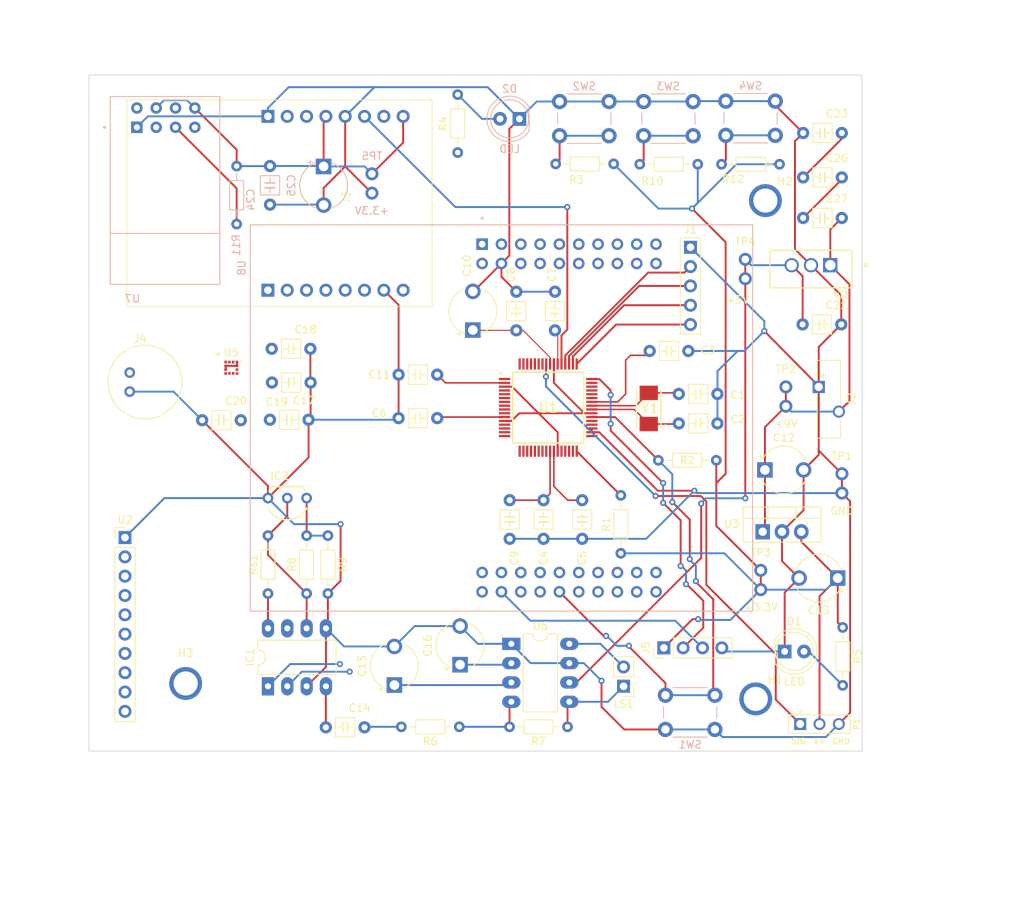
<source format=kicad_pcb>
(kicad_pcb (version 20221018) (generator pcbnew)
  (title_block (title "ECE 445L Lab 6") (date "2024-02-20") (rev "v1.0.0") (company "The University of Texas at Austin"))
  (layers (0 "F.Cu" signal) (31 "B.Cu" signal) (34 "B.Paste" user) (35 "F.Paste" user) (36 "B.SilkS" user "B.Silkscreen") (37 "F.SilkS" user "F.Silkscreen") (38 "B.Mask" user) (39 "F.Mask" user) (44 "Edge.Cuts" user))
  (net 0 "")
  (net 1 "/OSC1")
  (net 2 "/OSC2")
  (net 3 "VBUS")
  (net 4 "/LDO")
  (net 5 "Net-(U1-~{WAKE})")
  (net 6 "/Reset")
  (net 9 "PD6")
  (net 10 "/TCK")
  (net 11 "/TMS")
  (net 12 "/TDI")
  (net 13 "/TDO")
  (net 14 "PB7")
  (net 15 "PF4")
  (net 16 "PE3")
  (net 17 "PE2")
  (net 18 "PE1")
  (net 19 "PE0")
  (net 20 "PD7")
  (net 21 "PC7")
  (net 22 "PC6")
  (net 23 "PC5")
  (net 24 "PC4")
  (net 25 "PA0")
  (net 26 "PA1")
  (net 27 "PA2")
  (net 28 "PA3")
  (net 29 "PA4")
  (net 30 "PA5")
  (net 31 "PA6")
  (net 32 "PA7")
  (net 33 "PF0")
  (net 34 "PF1")
  (net 35 "PF2")
  (net 36 "PF3")
  (net 37 "PD4")
  (net 38 "PD5")
  (net 39 "PB0")
  (net 40 "PB1")
  (net 41 "PB2")
  (net 42 "PB3")
  (net 43 "PB5")
  (net 44 "PB4")
  (net 45 "PE4")
  (net 46 "PE5")
  (net 47 "PD0")
  (net 48 "PD1")
  (net 49 "PD2")
  (net 50 "PD3")
  (net 54 "Net-(D1-A)")
  (net 55 "Net-(D2-A)")
  (net 56 "GPIO4")
  (net 57 "GPIO2")
  (net 58 "+9V")
  (net 59 "+3.3V")
  (net 60 "GPIO16")
  (net 61 "Net-(IC1-OUTA)")
  (net 62 "Vz")
  (net 64 "Net-(IC2-Pad1)")
  (net 65 "Net-(U6-VO1)")
  (net 66 "Net-(U6-VO2)")
  (net 67 "Net-(U7-IO0)")
  (net 68 "Net-(U6-FC2)")
  (net 69 "Net-(U6-FC1)")
  (net 70 "Net-(U6-VIN)")
  (net 71 "Net-(C23-Pad2)")
  (net 72 "Net-(C26-Pad2)")
  (net 73 "Net-(C14-Pad2)")
  (net 74 "Net-(U5-C1)")
  (net 75 "PB6")
  (net 76 "GND")
  (footprint "ECE445L:C_Axial_200mil" (layer "F.Cu") (at 111.806 85.754 180)
    (fp_text reference "C6")
    (fp_text value "0.1uF")
  )
  (footprint "ECE445L:ti_LM4041CILPR" (layer "F.Cu") (at 92.098 96.273098 180)
    (fp_text reference "IC2")
    (fp_text value "LM4041CILPR")
  )
  (footprint "ECE445L:R_Axial_DIN0204_L3.6mm_D1.6mm_P7.62mm_Horizontal" (layer "F.Cu") (at 94.638 108.827 90)
    (fp_text reference "R8")
    (fp_text value "47k")
  )
  (footprint "ECE445L:R_Axial_DIN0204_L3.6mm_D1.6mm_P7.62mm_Horizontal" (layer "F.Cu") (at 114.496 50.829 90)
    (fp_text reference "R4")
    (fp_text value "470")
  )
  (footprint "ECE445L:C_Axial_200mil" (layer "F.Cu") (at 159.89975 48.258)
    (fp_text reference "C23")
    (fp_text value "0.1uF")
  )
  (footprint "ECE445L:C_Axial_200mil" (layer "F.Cu") (at 143.556 82.579)
    (fp_text reference "C1")
    (fp_text value "10pF C0G")
  )
  (footprint "ECE445L:C_Axial_200mil" (layer "F.Cu") (at 130.856 96.549 -90)
    (fp_text reference "C5")
    (fp_text value "0.01uF")
  )
  (footprint "ECE445L:Testpoint_1x02_P2.54mm" (layer "F.Cu") (at 154.328 105.774)
    (fp_text reference "TP3")
    (fp_text value "+3.3V")
  )
  (footprint "our_symbols:CUI_CMA-6542PF" (layer "F.Cu") (at 73.388 81.019)
    (fp_text reference "J4")
    (fp_text value "Microphone")
  )
  (footprint "Battery:Battery_Panasonic_CR1025-VSK_Vertical_CircularHoles" (layer "F.Cu") (at 161.948 81.649 -90)
    (fp_text reference "J2")
    (fp_text value "Battery")
  )
  (footprint "ECE445L:C_Axial_200mil" (layer "F.Cu") (at 121.331 96.549 -90)
    (fp_text reference "C9")
    (fp_text value "1uF")
  )
  (footprint "ECE445L:C_Axial_200mil" (layer "F.Cu") (at 127.283 74.209 90)
    (fp_text reference "C7")
    (fp_text value "0.1uF")
  )
  (footprint "our_symbols:XDCR_SEN-11574" (layer "F.Cu") (at 162.052 125.984 -90)
    (fp_text reference "P1")
    (fp_text value "SEN-11574")
  )
  (footprint "ECE445L:R_Axial_DIN0204_L3.6mm_D1.6mm_P7.62mm_Horizontal" (layer "F.Cu") (at 127.378 52.319)
    (fp_text reference "R3")
    (fp_text value "10k")
  )
  (footprint "ECE445L:R_Axial_DIN0204_L3.6mm_D1.6mm_P7.62mm_Horizontal" (layer "F.Cu") (at 149.178 52.369)
    (fp_text reference "R12")
    (fp_text value "10k")
  )
  (footprint "ECE445L:Testpoint_1x02_P2.54mm" (layer "F.Cu") (at 152.296 64.88)
    (fp_text reference "TP4")
    (fp_text value "+5V")
  )
  (footprint "ECE445L:MountingHole_4_40" (layer "F.Cu") (at 153.67 122.682)
    (fp_text reference "H1")
    (fp_text value "~")
  )
  (footprint "Connector_PinHeader_2.54mm:PinHeader_1x02_P2.54mm_Vertical" (layer "F.Cu") (at 136.294 121.019 180)
    (fp_text reference "LS1")
    (fp_text value "Speaker")
  )
  (footprint "ECE445L:C_Axial_200mil" (layer "F.Cu") (at 159.89975 54.1)
    (fp_text reference "C26")
    (fp_text value "0.1uF")
  )
  (footprint "ECE445L:C_Axial_200mil" (layer "F.Cu") (at 89.812 85.967)
    (fp_text reference "C17")
    (fp_text value "100nF")
  )
  (footprint "ECE445L:C_Axial_200mil" (layer "F.Cu") (at 143.556 86.454)
    (fp_text reference "C2")
    (fp_text value "10pF C0G")
  )
  (footprint "ECE445L:R_Axial_DIN0204_L3.6mm_D1.6mm_P7.62mm_Horizontal" (layer "F.Cu") (at 114.704 126.353 180)
    (fp_text reference "R6")
    (fp_text value "10k")
  )
  (footprint "ECE445L:PinHeader_1x05_P2.54mm_Vertical" (layer "F.Cu") (at 145.088 63.289)
    (fp_text reference "J1")
    (fp_text value "JTAG")
  )
  (footprint "our_symbols:ESP32-CAM_v1" (layer "F.Cu") (at 100.343 56.737 90)
    (fp_text reference "J3")
    (fp_text value "Conn_02x08_Counter_Clockwise (ESP32 Cam)")
  )
  (footprint "ECE445L:CP_Radial_Tantal200mil" (layer "F.Cu") (at 164.448 106.795 180)
    (fp_text reference "C13")
    (fp_text value "4.7uF")
  )
  (footprint "ECE445L:LED_D5.0mm" (layer "F.Cu") (at 157.475 116.447)
    (fp_text reference "D1")
    (fp_text value "LED")
  )
  (footprint "ECE445L:QFP50P1200X1200X160-64N" (layer "F.Cu") (at 126.388 84.369)
    (fp_text reference "U1")
    (fp_text value "TM4C123GH6PMIR" hide)
  )
  (footprint "ECE445L:R_Axial_DIN0204_L3.6mm_D1.6mm_P7.62mm_Horizontal" (layer "F.Cu") (at 128.928 126.353 180)
    (fp_text reference "R7")
    (fp_text value "3k")
  )
  (footprint "ECE445L:R_Axial_DIN0204_L3.6mm_D1.6mm_P7.62mm_Horizontal" (layer "F.Cu") (at 148.486 91.301 180)
    (fp_text reference "R2")
    (fp_text value "10k")
  )
  (footprint "ECE445L:C_Axial_200mil" (layer "F.Cu") (at 159.83175 73.434)
    (fp_text reference "C21")
    (fp_text value "0.1uF")
  )
  (footprint "ECE445L:DIP-8_W7.62mm_LongPads" (layer "F.Cu") (at 89.558 121.019 90)
    (fp_text reference "IC1")
    (fp_text value "TLV5618AIP")
  )
  (footprint "ECE445L:C_Axial_200mil" (layer "F.Cu") (at 159.89975 59.434)
    (fp_text reference "C27")
    (fp_text value "0.1uF")
  )
  (footprint "ECE445L:C_Axial_200mil" (layer "F.Cu") (at 80.90575 86.032)
    (fp_text reference "C20")
    (fp_text value "220nF")
  )
  (footprint "ECE445L:C_Axial_200mil" (layer "F.Cu") (at 125.776 96.549 -90)
    (fp_text reference "C4")
    (fp_text value "0.1uF")
  )
  (footprint "ECE445L:C_Axial_200mil" (layer "F.Cu") (at 139.72975 76.929)
    (fp_text reference "C3")
    (fp_text value "1uF")
  )
  (footprint "ECE445L:C_Axial_200mil" (layer "F.Cu") (at 111.806 80.039 180)
    (fp_text reference "C11")
    (fp_text value "0.01uF")
  )
  (footprint "our_symbols:SON_03AGRTR_STM" (layer "F.Cu") (at 84.738063 79.1302)
    (fp_text reference "U5")
    (fp_text value "LSM303AGRTR")
  )
  (footprint "ECE445L:Testpoint_1x02_P2.54mm" (layer "F.Cu") (at 157.63 81.649)
    (fp_text reference "TP2")
    (fp_text value "+9V")
  )
  (footprint "ECE445L:C_Axial_200mil" (layer "F.Cu") (at 90.04975 76.634)
    (fp_text reference "C18")
    (fp_text value "100nF")
  )
  (footprint "ECE445L:CP_Radial_Tantal200mil" (layer "F.Cu") (at 154.876 92.571)
    (fp_text reference "C12")
    (fp_text value "4.7uF")
  )
  (footprint "Connector_PinHeader_2.54mm:PinHeader_1x10_P2.54mm_Vertical" (layer "F.Cu") (at 70.762 101.461)
    (fp_text reference "U2")
    (fp_text value "Adafruit ST7735R")
  )
  (footprint "ECE445L:R_Axial_DIN0204_L3.6mm_D1.6mm_P7.62mm_Horizontal" (layer "F.Cu") (at 89.558 108.827 90)
    (fp_text reference "Rs1")
    (fp_text value "1k")
  )
  (footprint "ECE445L:CP_Radial_Tantal200mil" (layer "F.Cu") (at 106.172 120.864 90)
    (fp_text reference "C15")
    (fp_text value "1.0uF")
  )
  (footprint "ECE445L:CP_Radial_Tantal200mil" (layer "F.Cu") (at 114.808 118.185 90)
    (fp_text reference "C16")
    (fp_text value "4.7 uF")
  )
  (footprint "ECE445L:R_Axial_DIN0204_L3.6mm_D1.6mm_P7.62mm_Horizontal" (layer "F.Cu") (at 135.936 103.534 90)
    (fp_text reference "R1")
    (fp_text value "1M")
  )
  (footprint "Package_TO_SOT_THT:TO-220-3_Vertical" (layer "F.Cu") (at 154.582 100.699)
    (fp_text reference "U3")
    (fp_text value "LM2937xT")
  )
  (footprint "ECE445L:R_Axial_DIN0204_L3.6mm_D1.6mm_P7.62mm_Horizontal" (layer "F.Cu") (at 138.428 52.3636)
    (fp_text reference "R10")
    (fp_text value "10k")
  )
  (footprint "ECE445L:C_Axial_200mil" (layer "F.Cu") (at 122.203 74.209 90)
    (fp_text reference "C8")
    (fp_text value "0.1uF")
  )
  (footprint "ECE445L:R_Axial_DIN0204_L3.6mm_D1.6mm_P7.62mm_Horizontal" (layer "F.Cu") (at 97.432 101.207 -90)
    (fp_text reference "R9")
    (fp_text value "10k")
  )
  (footprint "ECE445L:C_Axial_200mil" (layer "F.Cu") (at 95.16225 81.076 180)
    (fp_text reference "C19")
    (fp_text value "10uF")
  )
  (footprint "Package_DIP:DIP-8_W7.62mm_LongPads" (layer "F.Cu") (at 121.547 115.441)
    (fp_text reference "U6")
    (fp_text value "MCP34119P")
  )
  (footprint "ECE445L:R_Axial_DIN0204_L3.6mm_D1.6mm_P7.62mm_Horizontal" (layer "F.Cu") (at 165.1 113.284 -90)
    (fp_text reference "R5")
    (fp_text value "470")
  )
  (footprint "ECE445L:CP_Radial_Tantal200mil" (layer "F.Cu") (at 116.488 74.169 90)
    (fp_text reference "C10")
    (fp_text value "2.2uF")
  )
  (footprint "ECE445L:MountingHole_4_40" (layer "F.Cu") (at 78.74 120.65)
    (fp_text reference "H3")
    (fp_text value "~")
  )
  (footprint "ECE445L:Testpoint_1x02_P2.54mm" (layer "F.Cu") (at 164.996 93.074)
    (fp_text reference "TP1")
    (fp_text value "GND")
  )
  (footprint "our_symbols:T03B_TEX" (layer "F.Cu") (at 163.472 65.647 180)
    (fp_text reference "U4")
    (fp_text value "LM78M05CT")
  )
  (footprint "ECE445L:C_Axial_200mil" (layer "F.Cu") (at 97.16175 126.418)
    (fp_text reference "C14")
    (fp_text value "0.1 uF")
  )
  (footprint "ECE445L:ABM3" (layer "F.Cu") (at 139.608 84.484 90)
    (fp_text reference "Y1")
    (fp_text value "ABM3-16.000MHZ-B2-T" hide)
  )
  (footprint "ECE445L:MountingHole_4_40" (layer "F.Cu") (at 154.94 57.15)
    (fp_text reference "H2")
    (fp_text value "~")
  )
  (footprint "Connector_PinHeader_2.54mm:PinHeader_1x04_P2.54mm_Vertical" (layer "F.Cu") (at 141.588 115.969 90)
    (fp_text reference "J5")
    (fp_text value "MAX30102")
  )
  (footprint "footprints:ai_thinker_ESP8266_01" (layer "B.Cu") (at 76.138 55.819)
    (fp_text reference "U7")
    (fp_text value "ESP8266-01/ESP-01")
  )
  (footprint "ECE445L:ti_EKTM4C123GXL" (layer "B.Cu") (at 120.248 85.739 -90)
    (fp_text reference "U8")
    (fp_text value "EK-TM4C123GXL")
  )
  (footprint "Button_Switch_THT:SW_PUSH_6mm" (layer "B.Cu") (at 141.8 126.7)
    (fp_text reference "SW1")
    (fp_text value "Reset")
  )
  (footprint "ECE445L:Testpoint_1x02_P2.54mm" (layer "B.Cu") (at 103.222 53.628 180)
    (fp_text reference "TP5")
    (fp_text value "+3.3V")
  )
  (footprint "ECE445L:R_Axial_DIN0204_L3.6mm_D1.6mm_P7.62mm_Horizontal" (layer "B.Cu") (at 85.442 52.617 -90)
    (fp_text reference "R11")
    (fp_text value "10k")
  )
  (footprint "Button_Switch_THT:SW_PUSH_6mm" (layer "B.Cu") (at 134.388 44.119 180)
    (fp_text reference "SW2")
    (fp_text value "Input")
  )
  (footprint "ECE445L:CP_Radial_Tantal200mil" (layer "B.Cu") (at 96.872 52.657 -90)
    (fp_text reference "C25")
    (fp_text value "4.7uF")
  )
  (footprint "Button_Switch_THT:SW_PUSH_6mm" (layer "B.Cu") (at 156.238 44.069 180)
    (fp_text reference "SW4")
    (fp_text value "Input")
  )
  (footprint "ECE445L:C_Axial_200mil" (layer "B.Cu") (at 89.825 52.60075 -90)
    (fp_text reference "C24")
    (fp_text value "100nF")
  )
  (footprint "Button_Switch_THT:SW_PUSH_6mm" (layer "B.Cu") (at 145.438 44.119 180)
    (fp_text reference "SW3")
    (fp_text value "Input")
  )
  (footprint "ECE445L:LED_D5.0mm" (layer "B.Cu") (at 122.6 46.4 180)
    (fp_text reference "D2")
    (fp_text value "LED")
  )
  (gr_line (start 66.04 40.64) (end 66.04 129.54) (stroke (width 0.1)) (layer "Edge.Cuts"))
  (gr_line (start 66.04 40.64) (end 167.64 40.64) (stroke (width 0.1)) (layer "Edge.Cuts"))
  (gr_line (start 167.64 40.64) (end 167.64 129.54) (stroke (width 0.1)) (layer "Edge.Cuts"))
  (gr_line (start 167.64 129.54) (end 66.04 129.54) (stroke (width 0.1)) (layer "Edge.Cuts"))
  (segment (start 137.923 84.119) (end 139.608 82.434) (width 0.2) (layer "F.Cu") (net 1))
  (segment (start 143.411 82.434) (end 143.556 82.579) (width 0.2) (layer "F.Cu") (net 1))
  (segment (start 139.608 82.434) (end 143.411 82.434) (width 0.2) (layer "F.Cu") (net 1))
  (segment (start 132.126 84.119) (end 137.923 84.119) (width 0.2) (layer "F.Cu") (net 1))
  (segment (start 137.693 84.619) (end 139.608 86.534) (width 0.2) (layer "F.Cu") (net 2))
  (segment (start 139.608 86.534) (end 143.476 86.534) (width 0.2) (layer "F.Cu") (net 2))
  (segment (start 143.411 85.899) (end 143.556 85.754) (width 0.15) (layer "F.Cu") (net 2))
  (segment (start 132.126 84.619) (end 137.693 84.619) (width 0.2) (layer "F.Cu") (net 2))
  (segment (start 143.476 86.534) (end 143.556 86.454) (width 0.2) (layer "F.Cu") (net 2))
  (segment (start 152.4 96.3) (end 152.3 96.2) (width 0.25) (layer "F.Cu") (net 3))
  (segment (start 159.83175 73.434) (end 159.83175 67.08675) (width 0.25) (layer "F.Cu") (net 3))
  (segment (start 152.3 96.2) (end 152.3 96.3) (width 0.25) (layer "F.Cu") (net 3))
  (segment (start 146.5 104.130712) (end 130.109712 120.521) (width 0.25) (layer "F.Cu") (net 3))
  (segment (start 152.296 96.196) (end 152.3 96.2) (width 0.25) (layer "F.Cu") (net 3))
  (segment (start 152.296 67.42) (end 152.296 96.196) (width 0.25) (layer "F.Cu") (net 3))
  (segment (start 159.83175 67.08675) (end 158.392 65.647) (width 0.25) (layer "F.Cu") (net 3))
  (segment (start 146.5 97) (end 146.5 104.130712) (width 0.25) (layer "F.Cu") (net 3))
  (segment (start 152.3 96.3) (end 152.4 96.3) (width 0.25) (layer "F.Cu") (net 3))
  (segment (start 152.296 64.88) (end 152.296 67.42) (width 0.25) (layer "F.Cu") (net 3))
  (segment (start 130.109712 120.521) (end 129.167 120.521) (width 0.25) (layer "F.Cu") (net 3))
  (via (at 152.3 96.3) (size 0.8) (drill 0.4) (layers "F.Cu" "B.Cu") (net 3))
  (via (at 146.5 97) (size 0.8) (drill 0.4) (layers "F.Cu" "B.Cu") (net 3))
  (segment (start 152.3 96.3) (end 147.1 96.3) (width 0.25) (layer "B.Cu") (net 3))
  (segment (start 146.4 97) (end 146.5 96.9) (width 0.25) (layer "B.Cu") (net 3))
  (segment (start 146.5 96.9) (end 146.5 97) (width 0.25) (layer "B.Cu") (net 3))
  (segment (start 153.063 65.647) (end 152.296 64.88) (width 0.25) (layer "B.Cu") (net 3))
  (segment (start 147.1 96.3) (end 146.5 96.9) (width 0.25) (layer "B.Cu") (net 3))
  (segment (start 146.5 97) (end 146.4 97) (width 0.25) (layer "B.Cu") (net 3))
  (segment (start 158.392 65.647) (end 153.063 65.647) (width 0.25) (layer "B.Cu") (net 3))
  (segment (start 126.638 78.631) (end 126.638 77.7665) (width 0.127) (layer "F.Cu") (net 4))
  (segment (start 126.638 77.7665) (end 123.0805 74.209) (width 0.127) (layer "F.Cu") (net 4))
  (segment (start 125.776 96.549) (end 121.331 96.549) (width 0.2) (layer "F.Cu") (net 4))
  (segment (start 126.638 95.687) (end 125.776 96.549) (width 0.2) (layer "F.Cu") (net 4))
  (segment (start 126.638 90.107) (end 126.638 95.687) (width 0.2) (layer "F.Cu") (net 4))
  (segment (start 123.0805 74.209) (end 122.203 74.209) (width 0.127) (layer "F.Cu") (net 4))
  (segment (start 116.528 74.209) (end 116.488 74.169) (width 0.127) (layer "F.Cu") (net 4))
  (segment (start 122.203 74.209) (end 116.528 74.209) (width 0.127) (layer "F.Cu") (net 4))
  (segment (start 130.138 90.116) (end 130.138 90.107) (width 0.25) (layer "F.Cu") (net 5))
  (segment (start 135.936 95.914) (end 130.138 90.116) (width 0.25) (layer "F.Cu") (net 5))
  (segment (start 137 115.8) (end 137 115.7) (width 0.25) (layer "F.Cu") (net 6))
  (segment (start 137 115.7) (end 136.9 115.7) (width 0.25) (layer "F.Cu") (net 6))
  (segment (start 141.8 122.2) (end 141.8 120.6) (width 0.25) (layer "F.Cu") (net 6))
  (segment (start 142.7 96.8) (end 142.6 96.7) (width 0.25) (layer "F.Cu") (net 6))
  (segment (start 140.866 91.301) (end 135.184 85.619) (width 0.25) (layer "F.Cu") (net 6))
  (segment (start 148.3 122.2) (end 148.083 121.983) (width 0.25) (layer "F.Cu") (net 6))
  (segment (start 136.9 115.7) (end 137 115.8) (width 0.25) (layer "F.Cu") (net 6))
  (segment (start 145.8 107.2) (end 145.7 107.2) (width 0.25) (layer "F.Cu") (net 6))
  (segment (start 145 99.1) (end 142.7 96.8) (width 0.25) (layer "F.Cu") (net 6))
  (segment (start 148.083 121.983) (end 148.083 109.583) (width 0.25) (layer "F.Cu") (net 6))
  (segment (start 135.184 85.619) (end 132.126 85.619) (width 0.25) (layer "F.Cu") (net 6))
  (segment (start 145 104.3) (end 145 99.1) (width 0.25) (layer "F.Cu") (net 6))
  (segment (start 145.8 107.3) (end 145.8 107.2) (width 0.25) (layer "F.Cu") (net 6))
  (segment (start 148.083 109.583) (end 145.8 107.3) (width 0.25) (layer "F.Cu") (net 6))
  (segment (start 133.669 114.4) (end 127.868 108.599) (width 0.25) (layer "F.Cu") (net 6))
  (segment (start 141.8 120.6) (end 137 115.8) (width 0.25) (layer "F.Cu") (net 6))
  (segment (start 145.7 107.2) (end 145.8 107.3) (width 0.25) (layer "F.Cu") (net 6))
  (segment (start 134 114.4) (end 133.669 114.4) (width 0.25) (layer "F.Cu") (net 6))
  (via (at 134 114.4) (size 0.8) (drill 0.4) (layers "F.Cu" "B.Cu") (net 6))
  (via (at 145.8 107.2) (size 0.8) (drill 0.4) (layers "F.Cu" "B.Cu") (net 6))
  (via (at 145 104.3) (size 0.8) (drill 0.4) (layers "F.Cu" "B.Cu") (net 6))
  (via (at 142.7 96.8) (size 0.8) (drill 0.4) (layers "F.Cu" "B.Cu") (net 6))
  (via (at 137 115.7) (size 0.8) (drill 0.4) (layers "F.Cu" "B.Cu") (net 6))
  (segment (start 141.8 122.2) (end 148.3 122.2) (width 0.25) (layer "B.Cu") (net 6))
  (segment (start 145 104.4) (end 145 104.3) (width 0.25) (layer "B.Cu") (net 6))
  (segment (start 144.9 104.3) (end 145 104.4) (width 0.25) (layer "B.Cu") (net 6))
  (segment (start 134 114.3) (end 134.1 114.4) (width 0.25) (layer "B.Cu") (net 6))
  (segment (start 137 115.7) (end 135.4 115.7) (width 0.25) (layer "B.Cu") (net 6))
  (segment (start 142.7 96.8) (end 142.7 93.135) (width 0.25) (layer "B.Cu") (net 6))
  (segment (start 128.199 108.599) (end 127.868 108.599) (width 0.25) (layer "B.Cu") (net 6))
  (segment (start 145.8 107.2) (end 145.8 105.2) (width 0.25) (layer "B.Cu") (net 6))
  (segment (start 142.7 93.135) (end 140.866 91.301) (width 0.25) (layer "B.Cu") (net 6))
  (segment (start 145.8 105.2) (end 145 104.4) (width 0.25) (layer "B.Cu") (net 6))
  (segment (start 145 104.3) (end 144.9 104.3) (width 0.25) (layer "B.Cu") (net 6))
  (segment (start 134.1 114.4) (end 134 114.4) (width 0.25) (layer "B.Cu") (net 6))
  (segment (start 134 114.4) (end 134 114.3) (width 0.25) (layer "B.Cu") (net 6))
  (segment (start 135.4 115.7) (end 134.1 114.4) (width 0.25) (layer "B.Cu") (net 6))
  (segment (start 128.138 78.631) (end 128.138 74.87428) (width 0.25) (layer "F.Cu") (net 9))
  (segment (start 128.903 74.10928) (end 128.903 58.103) (width 0.25) (layer "F.Cu") (net 9))
  (segment (start 128.903 58.103) (end 128.9 58.1) (width 0.25) (layer "F.Cu") (net 9))
  (segment (start 128.8 58) (end 128.9 58.1) (width 0.25) (layer "F.Cu") (net 9))
  (segment (start 128.9 58) (end 128.8 58) (width 0.25) (layer "F.Cu") (net 9))
  (segment (start 128.9 58.1) (end 128.9 58) (width 0.25) (layer "F.Cu") (net 9))
  (segment (start 128.138 74.87428) (end 128.903 74.10928) (width 0.25) (layer "F.Cu") (net 9))
  (via (at 128.9 58) (size 0.8) (drill 0.4) (layers "F.Cu" "B.Cu") (net 9))
  (segment (start 128.9 58) (end 114.179 58) (width 0.25) (layer "B.Cu") (net 9))
  (segment (start 114.179 58) (end 102.248 46.069) (width 0.25) (layer "B.Cu") (net 9))
  (segment (start 128.638 77.51213) (end 139.533 66.61713) (width 0.25) (layer "F.Cu") (net 10))
  (segment (start 139.533 66.61713) (end 144.29987 66.61713) (width 0.25) (layer "F.Cu") (net 10))
  (segment (start 144.29987 66.61713) (end 145.088 65.829) (width 0.25) (layer "F.Cu") (net 10))
  (segment (start 128.638 78.631) (end 128.638 77.51213) (width 0.25) (layer "F.Cu") (net 10))
  (segment (start 138.346815 68.369) (end 145.088 68.369) (width 0.25) (layer "F.Cu") (net 11))
  (segment (start 129.138 77.577815) (end 138.346815 68.369) (width 0.25) (layer "F.Cu") (net 11))
  (segment (start 129.138 78.631) (end 129.138 77.577815) (width 0.25) (layer "F.Cu") (net 11))
  (segment (start 129.638 77.6435) (end 136.3725 70.909) (width 0.25) (layer "F.Cu") (net 12))
  (segment (start 129.638 78.631) (end 129.638 77.6435) (width 0.25) (layer "F.Cu") (net 12))
  (segment (start 136.3725 70.909) (end 145.088 70.909) (width 0.25) (layer "F.Cu") (net 12))
  (segment (start 130.138 78.631) (end 135.32 73.449) (width 0.25) (layer "F.Cu") (net 13))
  (segment (start 135.32 73.449) (end 145.088 73.449) (width 0.25) (layer "F.Cu") (net 13))
  (segment (start 149.738 48.569) (end 149.738 51.809) (width 0.25) (layer "F.Cu") (net 15))
  (segment (start 149.738 51.809) (end 149.178 52.369) (width 0.25) (layer "F.Cu") (net 15))
  (segment (start 156.238 48.569) (end 149.738 48.569) (width 0.25) (layer "B.Cu") (net 15))
  (segment (start 138.938 51.8536) (end 138.428 52.3636) (width 0.25) (layer "F.Cu") (net 17))
  (segment (start 138.938 48.619) (end 138.938 51.8536) (width 0.25) (layer "F.Cu") (net 17))
  (segment (start 145.438 48.619) (end 138.938 48.619) (width 0.25) (layer "B.Cu") (net 17))
  (segment (start 127.888 48.619) (end 127.888 51.809) (width 0.25) (layer "F.Cu") (net 24))
  (segment (start 127.888 51.809) (end 127.378 52.319) (width 0.25) (layer "F.Cu") (net 24))
  (segment (start 134.388 48.619) (end 127.888 48.619) (width 0.25) (layer "B.Cu") (net 24))
  (via (at 99 118.1) (size 0.8) (drill 0.4) (layers "F.Cu" "B.Cu") (net 34))
  (segment (start 99 118.1) (end 98.9 118.1) (width 0.25) (layer "B.Cu") (net 34))
  (segment (start 92.477 118.1) (end 99 118.1) (width 0.25) (layer "B.Cu") (net 34))
  (segment (start 89.558 121.019) (end 92.477 118.1) (width 0.25) (layer "B.Cu") (net 34))
  (via (at 100.3 119.1) (size 0.8) (drill 0.4) (layers "F.Cu" "B.Cu") (net 35))
  (segment (start 94.017 119.1) (end 100.3 119.1) (width 0.25) (layer "B.Cu") (net 35))
  (segment (start 100.3 119.1) (end 100.2 119.1) (width 0.25) (layer "B.Cu") (net 35))
  (segment (start 92.098 121.019) (end 94.017 119.1) (width 0.25) (layer "B.Cu") (net 35))
  (segment (start 146.668 115.969) (end 143.099 112.4) (width 0.25) (layer "B.Cu") (net 41))
  (segment (start 143.099 112.4) (end 124.049 112.4) (width 0.25) (layer "B.Cu") (net 41))
  (segment (start 124.049 112.4) (end 120.248 108.599) (width 0.25) (layer "B.Cu") (net 41))
  (segment (start 134.6 86.5) (end 134.6 86.8) (width 0.25) (layer "F.Cu") (net 42))
  (segment (start 143.8 99.2) (end 141.5 96.9) (width 0.25) (layer "F.Cu") (net 42))
  (segment (start 143.8 105.2) (end 143.8 99.2) (width 0.25) (layer "F.Cu") (net 42))
  (segment (start 144.5 107.5) (end 144.6 107.6) (width 0.25) (layer "F.Cu") (net 42))
  (segment (start 133.1135 80.619) (end 132.126 80.619) (width 0.25) (layer "F.Cu") (net 42))
  (segment (start 134.6 82.1055) (end 133.1135 80.619) (width 0.25) (layer "F.Cu") (net 42))
  (segment (start 146.775 113.322) (end 146.775 109.775) (width 0.25) (layer "F.Cu") (net 42))
  (segment (start 144.128 115.969) (end 146.775 113.322) (width 0.25) (layer "F.Cu") (net 42))
  (segment (start 146.775 109.775) (end 144.6 107.6) (width 0.25) (layer "F.Cu") (net 42))
  (segment (start 144.5 107.6) (end 144.5 107.5) (width 0.25) (layer "F.Cu") (net 42))
  (segment (start 134.6 87.4) (end 134.6 86.5) (width 0.25) (layer "F.Cu") (net 42))
  (segment (start 134.6 82.7) (end 134.6 82.1055) (width 0.25) (layer "F.Cu") (net 42))
  (segment (start 144.6 107.6) (end 144.5 107.6) (width 0.25) (layer "F.Cu") (net 42))
  (segment (start 141.5 94.3) (end 134.6 87.4) (width 0.25) (layer "F.Cu") (net 42))
  (via (at 141.5 94.3) (size 0.8) (drill 0.4) (layers "F.Cu" "B.Cu") (net 42))
  (via (at 134.6 86.5) (size 0.8) (drill 0.4) (layers "F.Cu" "B.Cu") (net 42))
  (via (at 143.8 105.2) (size 0.8) (drill 0.4) (layers "F.Cu" "B.Cu") (net 42))
  (via (at 134.6 82.7) (size 0.8) (drill 0.4) (layers "F.Cu" "B.Cu") (net 42))
  (via (at 141.5 96.9) (size 0.8) (drill 0.4) (layers "F.Cu" "B.Cu") (net 42))
  (via (at 144.5 107.6) (size 0.8) (drill 0.4) (layers "F.Cu" "B.Cu") (net 42))
  (segment (start 143.8 105.2) (end 143.8 105.1) (width 0.25) (layer "B.Cu") (net 42))
  (segment (start 144.5 105.8) (end 143.9 105.2) (width 0.25) (layer "B.Cu") (net 42))
  (segment (start 134.6 86.5) (end 134.6 82.7) (width 0.25) (layer "B.Cu") (net 42))
  (segment (start 143.9 105.2) (end 143.8 105.2) (width 0.25) (layer "B.Cu") (net 42))
  (segment (start 134.6 82.7) (end 134.6 82.9) (width 0.25) (layer "B.Cu") (net 42))
  (segment (start 141.5 94.3) (end 141.5 94.4) (width 0.25) (layer "B.Cu") (net 42))
  (segment (start 144.5 107.6) (end 144.5 105.8) (width 0.25) (layer "B.Cu") (net 42))
  (segment (start 141.5 96.9) (end 141.5 94.3) (width 0.25) (layer "B.Cu") (net 42))
  (segment (start 143.8 105.1) (end 143.9 105.2) (width 0.25) (layer "B.Cu") (net 42))
  (segment (start 156.3 122.772) (end 156.3 116.8) (width 0.25) (layer "F.Cu") (net 43))
  (segment (start 147.175 107.675) (end 147.175 96.720405) (width 0.25) (layer "F.Cu") (net 43))
  (segment (start 146.454595 96) (end 140.5 96) (width 0.25) (layer "F.Cu") (net 43))
  (segment (start 126.1 80.3) (end 126.1 78.669) (width 0.25) (layer "F.Cu") (net 43))
  (segment (start 156.3 116.8) (end 147.175 107.675) (width 0.25) (layer "F.Cu") (net 43))
  (segment (start 140.5 96) (end 140.6 96) (width 0.25) (layer "F.Cu") (net 43))
  (segment (start 159.512 125.984) (end 156.3 122.772) (width 0.25) (layer "F.Cu") (net 43))
  (segment (start 126.1 78.669) (end 126.138 78.631) (width 0.25) (layer "F.Cu") (net 43))
  (segment (start 147.175 96.720405) (end 146.454595 96) (width 0.25) (layer "F.Cu") (net 43))
  (via (at 126.1 80.3) (size 0.8) (drill 0.4) (layers "F.Cu" "B.Cu") (net 43))
  (via (at 140.5 96) (size 0.8) (drill 0.4) (layers "F.Cu" "B.Cu") (net 43))
  (segment (start 126.1 81.6) (end 126.1 80.3) (width 0.25) (layer "B.Cu") (net 43))
  (segment (start 126.1 80.3) (end 126.1 80.4) (width 0.25) (layer "B.Cu") (net 43))
  (segment (start 140.5 96) (end 126.1 81.6) (width 0.25) (layer "B.Cu") (net 43))
  (segment (start 165.1 120.904) (end 160.643 116.447) (width 0.25) (layer "B.Cu") (net 54))
  (segment (start 160.643 116.447) (end 160.015 116.447) (width 0.25) (layer "B.Cu") (net 54))
  (segment (start 120.06 46.4) (end 117.687 46.4) (width 0.25) (layer "B.Cu") (net 55))
  (segment (start 117.687 46.4) (end 114.496 43.209) (width 0.25) (layer "B.Cu") (net 55))
  (segment (start 165.98675 68.16175) (end 165.98675 83.51025) (width 0.25) (layer "F.Cu") (net 58))
  (segment (start 154.876 92.571) (end 154.876 100.405) (width 0.25) (layer "F.Cu") (net 58))
  (segment (start 163.472 65.647) (end 165.98675 68.16175) (width 0.25) (layer "F.Cu") (net 58))
  (segment (start 163.472 60.94175) (end 164.97975 59.434) (width 0.25) (layer "F.Cu") (net 58))
  (segment (start 154.876 86.943) (end 154.876 92.571) (width 0.25) (layer "F.Cu") (net 58))
  (segment (start 163.472 65.647) (end 163.472 60.94175) (width 0.25) (layer "F.Cu") (net 58))
  (segment (start 157.63 84.189) (end 157.63 81.649) (width 0.25) (layer "F.Cu") (net 58))
  (segment (start 157.63 84.189) (end 154.876 86.943) (width 0.25) (layer "F.Cu") (net 58))
  (segment (start 165.98675 83.51025) (end 164.598 84.899) (width 0.25) (layer "F.Cu") (net 58))
  (segment (start 154.876 100.405) (end 154.582 100.699) (width 0.25) (layer "F.Cu") (net 58))
  (segment (start 164.598 84.899) (end 158.34 84.899) (width 0.25) (layer "B.Cu") (net 58))
  (segment (start 158.34 84.899) (end 157.63 84.189) (width 0.25) (layer "B.Cu") (net 58))
  (segment (start 128.951 96.549) (end 130.856 96.549) (width 0.2) (layer "F.Cu") (net 59))
  (segment (start 132.126 83.619) (end 135.531 83.619) (width 0.2) (layer "F.Cu") (net 59))
  (segment (start 135.531 83.619) (end 136.571 82.579) (width 0.2) (layer "F.Cu") (net 59))
  (segment (start 148.486 94.3) (end 148.486 91.301) (width 0.25) (layer "F.Cu") (net 59))
  (segment (start 96.872 52.657) (end 96.872 46.365) (width 0.25) (layer "F.Cu") (net 59))
  (segment (start 137.206 77.499) (end 139.15975 77.499) (width 0.2) (layer "F.Cu") (net 59))
  (segment (start 103.222 53.628) (end 107.328 49.522) (width 0.25) (layer "F.Cu") (net 59))
  (segment (start 164.448 106.795) (end 164.448 112.632) (width 0.25) (layer "F.Cu") (net 59))
  (segment (start 127.138 90.107) (end 127.138 94.736) (width 0.2) (layer "F.Cu") (net 59))
  (segment (start 146.1 112.2) (end 145.357 112.2) (width 0.25) (layer "F.Cu") (net 59))
  (segment (start 127.638 78.631) (end 127.638 74.564) (width 0.127) (layer "F.Cu") (net 59))
  (segment (start 107.328 49.522) (end 107.328 46.069) (width 0.25) (layer "F.Cu") (net 59))
  (segment (start 159.662 100.699) (end 159.662 102.009) (width 0.25) (layer "F.Cu") (net 59))
  (segment (start 145.3 58.2) (end 145.4 58.3) (width 0.25) (layer "F.Cu") (net 59))
  (segment (start 85.442 50.463) (end 85.442 52.617) (width 0.25) (layer "F.Cu") (net 59))
  (segment (start 159.662 102.009) (end 164.448 106.795) (width 0.25) (layer "F.Cu") (net 59))
  (segment (start 96.872 46.365) (end 97.168 46.069) (width 0.25) (layer "F.Cu") (net 59))
  (segment (start 139.15975 77.499) (end 139.72975 76.929) (width 0.2) (layer "F.Cu") (net 59))
  (segment (start 112.886 81.119) (end 111.806 80.039) (width 0.2) (layer "F.Cu") (net 59))
  (segment (start 85.476863 78.380011) (end 85.476863 78.880137) (width 0.25) (layer "F.Cu") (net 59))
  (segment (start 127.138 94.736) (end 128.951 96.549) (width 0.2) (layer "F.Cu") (net 59))
  (segment (start 149.711 93.075) (end 149.711 62.611) (width 0.25) (layer "F.Cu") (net 59))
  (segment (start 120.65 81.119) (end 112.886 81.119) (width 0.2) (layer "F.Cu") (net 59))
  (segment (start 136.571 78.134) (end 137.206 77.499) (width 0.2) (layer "F.Cu") (net 59))
  (segment (start 136.571 82.579) (end 136.571 78.134) (width 0.2) (layer "F.Cu") (net 59))
  (segment (start 154.328 105.774) (end 154.328 108.314) (width 0.25) (layer "F.Cu") (net 59))
  (segment (start 164.448 112.632) (end 165.1 113.284) (width 0.25) (layer "F.Cu") (net 59))
  (segment (start 145.357 112.2) (end 141.588 115.969) (width 0.25) (layer "F.Cu") (net 59))
  (segment (start 148.486 94.3) (end 149.711 93.075) (width 0.25) (layer "F.Cu") (net 59))
  (segment (start 162.052 109.191) (end 164.448 106.795) (width 0.25) (layer "F.Cu") (net 59))
  (segment (start 162.052 125.984) (end 162.052 109.191) (width 0.25) (layer "F.Cu") (net 59))
  (segment (start 127.638 74.564) (end 127.283 74.209) (width 0.127) (layer "F.Cu") (net 59))
  (segment (start 83.999263 79.380263) (end 83.999263 78.880137) (width 0.25) (layer "F.Cu") (net 59))
  (segment (start 89.558 113.399) (end 89.558 108.827) (width 0.25) (layer "F.Cu") (net 59))
  (segment (start 79.948 44.969) (end 85.442 50.463) (width 0.25) (layer "F.Cu") (net 59))
  (segment (start 154.328 105.774) (end 148.486 99.932) (width 0.25) (layer "F.Cu") (net 59))
  (segment (start 149.711 62.611) (end 145.3 58.2) (width 0.25) (layer "F.Cu") (net 59))
  (segment (start 111.941 85.619) (end 111.806 85.754) (width 0.2) (layer "F.Cu") (net 59))
  (segment (start 120.65 85.619) (end 111.941 85.619) (width 0.2) (layer "F.Cu") (net 59))
  (segment (start 83.999263 78.880137) (end 85.476863 78.880137) (width 0.25) (layer "F.Cu") (net 59))
  (segment (start 148.486 99.932) (end 148.486 94.3) (width 0.25) (layer "F.Cu") (net 59))
  (via (at 145.3 58.2) (size 0.8) (drill 0.4) (layers "F.Cu" "B.Cu") (net 59))
  (via (at 146.1 112.2) (size 0.8) (drill 0.4) (layers "F.Cu" "B.Cu") (net 59))
  (segment (start 145.3 58.2) (end 151.131 52.369) (width 0.25) (layer "B.Cu") (net 59))
  (segment (start 102.251 52.657) (end 103.222 53.628) (width 0.25) (layer "B.Cu") (net 59))
  (segment (start 146.4 112.3) (end 146.1 112.2) (width 0.25) (layer "B.Cu") (net 59))
  (segment (start 150.342 112.3) (end 146.4 112.3) (width 0.25) (layer "B.Cu") (net 59))
  (segment (start 140.879 58.2) (end 134.998 52.319) (width 0.25) (layer "B.Cu") (net 59))
  (segment (start 145.3 58.2) (end 140.879 58.2) (width 0.25) (layer "B.Cu") (net 59))
  (segment (start 135.936 103.534) (end 149.548 103.534) (width 0.25) (layer "B.Cu") (net 59))
  (segment (start 89.825 52.60075) (end 96.81575 52.60075) (width 0.25) (layer "B.Cu") (net 59))
  (segment (start 164.448 106.795) (end 162.929 108.314) (width 0.25) (layer "B.Cu") (net 59))
  (segment (start 89.80875 52.617) (end 89.825 52.60075) (width 0.25) (layer "B.Cu") (net 59))
  (segment (start 96.872 52.657) (end 102.251 52.657) (width 0.25) (layer "B.Cu") (net 59))
  (segment (start 146.2 112.3) (end 146.3 112.3) (width 0.25) (layer "B.Cu") (net 59))
  (segment (start 151.131 52.369) (end 156.798 52.369) (width 0.25) (layer "B.Cu") (net 59))
  (segment (start 146.1 112.2) (end 146.2 112.3) (width 0.25) (layer "B.Cu") (net 59))
  (segment (start 149.548 103.534) (end 154.328 108.314) (width 0.25) (layer "B.Cu") (net 59))
  (segment (start 74.868 44.969) (end 75.893 43.944) (width 0.25) (layer "B.Cu") (net 59))
  (segment (start 85.442 52.617) (end 89.80875 52.617) (width 0.25) (layer "B.Cu") (net 59))
  (segment (start 78.923 43.944) (end 79.948 44.969) (width 0.25) (layer "B.Cu") (net 59))
  (segment (start 154.328 108.314) (end 150.342 112.3) (width 0.25) (layer "B.Cu") (net 59))
  (segment (start 145.3 58.2) (end 146.048 57.452) (width 0.25) (layer "B.Cu") (net 59))
  (segment (start 75.893 43.944) (end 78.923 43.944) (width 0.25) (layer "B.Cu") (net 59))
  (segment (start 146.048 57.452) (end 146.048 52.3636) (width 0.25) (layer "B.Cu") (net 59))
  (segment (start 96.81575 52.60075) (end 96.872 52.657) (width 0.25) (layer "B.Cu") (net 59))
  (segment (start 162.929 108.314) (end 154.328 108.314) (width 0.25) (layer "B.Cu") (net 59))
  (segment (start 97.16175 121.03525) (end 97.178 121.019) (width 0.25) (layer "F.Cu") (net 61))
  (segment (start 97.16175 126.418) (end 97.16175 121.03525) (width 0.25) (layer "F.Cu") (net 61))
  (segment (start 94.638 113.399) (end 94.638 108.827) (width 0.25) (layer "F.Cu") (net 62))
  (segment (start 89.558 101.207) (end 92.098 98.667) (width 0.25) (layer "F.Cu") (net 62))
  (segment (start 89.558 103.747) (end 89.558 101.207) (width 0.25) (layer "F.Cu") (net 62))
  (segment (start 94.638 108.827) (end 89.558 103.747) (width 0.25) (layer "F.Cu") (net 62))
  (segment (start 92.098 98.667) (end 92.098 96.273098) (width 0.25) (layer "F.Cu") (net 62))
  (segment (start 94.638 101.207) (end 94.638 96.273098) (width 0.25) (layer "F.Cu") (net 64))
  (segment (start 94.638 101.207) (end 97.432 101.207) (width 0.25) (layer "B.Cu") (net 64))
  (segment (start 128.928 123.3) (end 129.167 123.061) (width 0.25) (layer "F.Cu") (net 65))
  (segment (start 128.928 126.353) (end 128.928 123.3) (width 0.25) (layer "F.Cu") (net 65))
  (segment (start 129.167 123.061) (end 134.252 123.061) (width 0.25) (layer "B.Cu") (net 65))
  (segment (start 134.252 123.061) (end 136.294 121.019) (width 0.25) (layer "B.Cu") (net 65))
  (segment (start 133.256 115.441) (end 136.294 118.479) (width 0.25) (layer "B.Cu") (net 66))
  (segment (start 129.167 115.441) (end 133.256 115.441) (width 0.25) (layer "B.Cu") (net 66))
  (segment (start 85.442 60.237) (end 85.442 55.543) (width 0.25) (layer "F.Cu") (net 67))
  (segment (start 85.442 55.543) (end 77.408 47.509) (width 0.25) (layer "F.Cu") (net 67))
  (segment (start 114.808 118.185) (end 121.343 118.185) (width 0.25) (layer "B.Cu") (net 68))
  (segment (start 121.343 118.185) (end 121.547 117.981) (width 0.25) (layer "B.Cu") (net 68))
  (segment (start 121.204 120.864) (end 121.547 120.521) (width 0.25) (layer "B.Cu") (net 69))
  (segment (start 106.172 120.864) (end 121.204 120.864) (width 0.25) (layer "B.Cu") (net 69))
  (segment (start 121.308 123.3) (end 121.547 123.061) (width 0.25) (layer "F.Cu") (net 70))
  (segment (start 121.308 126.353) (end 121.308 123.3) (width 0.25) (layer "F.Cu") (net 70))
  (segment (start 121.308 126.353) (end 114.704 126.353) (width 0.25) (layer "B.Cu") (net 70))
  (segment (start 159.89975 54.1) (end 164.97975 49.02) (width 0.25) (layer "F.Cu") (net 71))
  (segment (start 164.97975 49.02) (end 164.97975 48.258) (width 0.25) (layer "F.Cu") (net 71))
  (segment (start 159.89975 59.434) (end 164.97975 54.354) (width 0.25) (layer "F.Cu") (net 72))
  (segment (start 164.97975 54.354) (end 164.97975 54.1) (width 0.25) (layer "F.Cu") (net 72))
  (segment (start 107.084 126.353) (end 102.30675 126.353) (width 0.25) (layer "B.Cu") (net 73))
  (segment (start 102.30675 126.353) (end 102.24175 126.418) (width 0.25) (layer "B.Cu") (net 73))
  (segment (start 145.488 44.069) (end 145.438 44.119) (width 0.25) (layer "F.Cu") (net 76))
  (segment (start 157.475 116.447) (end 157.475 108.688) (width 0.25) (layer "F.Cu") (net 76))
  (segment (start 159.89975 48.258) (end 156.238 44.59625) (width 0.25) (layer "F.Cu") (net 76))
  (segment (start 156.238 44.59625) (end 156.238 44.069) (width 0.25) (layer "F.Cu") (net 76))
  (segment (start 132.126 85.119) (end 122.5875 85.119) (width 0.25) (layer "F.Cu") (net 76))
  (segment (start 121.283 47.717) (end 121.283 64.384) (width 0.25) (layer "F.Cu") (net 76))
  (segment (start 160.932 65.647) (end 158.82475 63.53975) (width 0.25) (layer "F.Cu") (net 76))
  (segment (start 106.726 85.754) (end 106.726 80.039) (width 0.25) (layer "F.Cu") (net 76))
  (segment (start 120.248 65.419) (end 116.578 69.089) (width 0.25) (layer "F.Cu") (net 76))
  (segment (start 116.578 69.089) (end 116.488 69.089) (width 0.25) (layer "F.Cu") (net 76))
  (segment (start 106.726 70.867) (end 104.788 68.929) (width 0.25) (layer "F.Cu") (net 76))
  (segment (start 97.178 113.399) (end 97.178 118.479) (width 0.25) (layer "F.Cu") (net 76))
  (segment (start 122.6 46.4) (end 121.283 47.717) (width 0.25) (layer "F.Cu") (net 76))
  (segment (start 95.16225 85.69675) (end 94.892 85.967) (width 0.25) (layer "F.Cu") (net 76))
  (segment (start 157.122 100.699) (end 157.122 104.549) (width 0.25) (layer "F.Cu") (net 76))
  (segment (start 161.948 81.649) (end 161.948 81.548) (width 0.25) (layer "F.Cu") (net 76))
  (segment (start 161.948 76.39775) (end 164.91175 73.434) (width 0.25) (layer "F.Cu") (net 76))
  (segment (start 164.996 95.614) (end 164.996 93.074) (width 0.25) (layer "F.Cu") (net 76))
  (segment (start 127.138 81.1185) (end 127.138 78.631) (width 0.25) (layer "F.Cu") (net 76))
  (segment (start 96.872 55.49) (end 96.872 57.737) (width 0.25) (layer "F.Cu") (net 76))
  (segment (start 89.558 96.273098) (end 89.558 94.68425) (width 0.25) (layer "F.Cu") (net 76))
  (segment (start 120.248 67.174) (end 122.203 69.129) (width 0.25) (layer "F.Cu") (net 76))
  (segment (start 106.726 80.039) (end 106.726 70.867) (width 0.25) (layer "F.Cu") (net 76))
  (segment (start 136.37572 126.7) (end 133.4 123.72428) (width 0.25) (layer "F.Cu") (net 76))
  (segment (start 121.5875 86.119) (end 120.65 86.119) (width 0.25) (layer "F.Cu") (net 76))
  (segment (start 121.283 64.384) (end 120.248 65.419) (width 0.25) (layer "F.Cu") (net 76))
  (segment (start 127.638 87.6195) (end 127.638 90.107) (width 0.25) (layer "F.Cu") (net 76))
  (segment (start 99.1 99.7) (end 99.1 107.159) (width 0.25) (layer "F.Cu") (net 76))
  (segment (start 132.126 85.119) (end 131.1385 85.119) (width 0.25) (layer "F.Cu") (net 76))
  (segment (start 157.475 108.688) (end 159.368 106.795) (width 0.25) (layer "F.Cu") (net 76))
  (segment (start 158.82475 63.53975) (end 158.82475 49.333) (width 0.25) (layer "F.Cu") (net 76))
  (segment (start 140.7945 95.3) (end 133.1135 87.619) (width 0.25) (layer "F.Cu") (net 76))
  (segment (start 120.65 81.619) (end 121.6375 81.619) (width 0.25) (layer "F.Cu") (net 76))
  (segment (start 141.8 126.7) (end 136.37572 126.7) (width 0.25) (layer "F.Cu") (net 76))
  (segment (start 95.12975 81.0435) (end 95.16225 81.076) (width 0.25) (layer "F.Cu") (net 76))
  (segment (start 132.126 87.119) (end 132.126 87.619) (width 0.25) (layer "F.Cu") (net 76))
  (segment (start 94.892 85.967) (end 94.892 90.939098) (width 0.25) (layer "F.Cu") (net 76))
  (segment (start 122.5875 85.119) (end 121.5875 86.119) (width 0.25) (layer "F.Cu") (net 76))
  (segment (start 164.996 95.614) (end 166.075 96.693) (width 0.25) (layer "F.Cu") (net 76))
  (segment (start 157.122 104.549) (end 159.368 106.795) (width 0.25) (layer "F.Cu") (net 76))
  (segment (start 97.432 113.145) (end 97.178 113.399) (width 0.25) (layer "F.Cu") (net 76))
  (segment (start 161.948 81.649) (end 161.948 90.026) (width 0.25) (layer "F.Cu") (net 76))
  (segment (start 97.432 108.827) (end 97.432 113.145) (width 0.25) (layer "F.Cu") (net 76))
  (segment (start 121.6375 81.619) (end 127.638 87.6195) (width 0.25) (layer "F.Cu") (net 76))
  (segment (start 161.948 90.579) (end 161.948 90.026) (width 0.25) (layer "F.Cu") (net 76))
  (segment (start 120.248 65.419) (end 120.248 67.174) (width 0.25) (layer "F.Cu") (net 76))
  (segment (start 159.956 92.571) (end 161.948 90.579) (width 0.25) (layer "F.Cu") (net 76))
  (segment (start 95.16225 81.076) (end 95.16225 85.69675) (width 0.25) (layer "F.Cu") (net 76))
  (segment (start 159.956 97.865) (end 157.122 100.699) (width 0.25) (layer "F.Cu") (net 76))
  (segment (start 166.075 124.501) (end 164.592 125.984) (width 0.25) (layer "F.Cu") (net 76))
  (segment (start 133.1135 87.619) (end 132.126 87.619) (width 0.25) (layer "F.Cu") (net 76))
  (segment (start 158.82475 49.333) (end 159.89975 48.258) (width 0.25) (layer "F.Cu") (net 76))
  (segment (start 99.708 52.654) (end 96.872 55.49) (width 0.25) (layer "F.Cu") (net 76))
  (segment (start 164.91175 73.434) (end 164.91175 69.62675) (width 0.25) (layer "F.Cu") (net 76))
  (segment (start 161.948 81.548) (end 154.8 74.3) (width 0.25) (layer "F.Cu") (net 76))
  (segment (start 154.8 74.3) (end 154.9 74.5) (width 0.25) (layer "F.Cu") (net 76))
  (segment (start 161.948 90.026) (end 164.996 93.074) (width 0.25) (layer "F.Cu") (net 76))
  (segment (start 99.708 46.069) (end 99.708 52.654) (width 0.25) (layer "F.Cu") (net 76))
  (segment (start 133.4 123.72428) (end 133.4 120.3) (width 0.25) (layer "F.Cu") (net 76))
  (segment (start 145.6 95.3) (end 140.7945 95.3) (width 0.25) (layer "F.Cu") (net 76))
  (segment (start 89.558 94.68425) (end 80.90575 86.032) (width 0.25) (layer "F.Cu") (net 76))
  (segment (start 99.708 52.654) (end 103.222 56.168) (width 0.25) (layer "F.Cu") (net 76))
  (segment (start 161.948 81.649) (end 161.948 76.39775) (width 0.25) (layer "F.Cu") (net 76))
  (segment (start 131.1385 85.119) (end 127.138 81.1185) (width 0.25) (layer "F.Cu") (net 76))
  (segment (start 97.178 118.479) (end 94.638 121.019) (width 0.25) (layer "F.Cu") (net 76))
  (segment (start 95.12975 76.634) (end 95.12975 81.0435) (width 0.25) (layer "F.Cu") (net 76))
  (segment (start 164.91175 69.62675) (end 160.932 65.647) (width 0.25) (layer "F.Cu") (net 76))
  (segment (start 159.956 92.571) (end 159.956 97.865) (width 0.25) (layer "F.Cu") (net 76))
  (segment (start 99.1 107.159) (end 97.432 108.827) (width 0.25) (layer "F.Cu") (net 76))
  (segment (start 166.075 96.693) (end 166.075 124.501) (width 0.25) (layer "F.Cu") (net 76))
  (segment (start 94.892 90.939098) (end 89.558 96.273098) (width 0.25) (layer "F.Cu") (net 76))
  (via (at 154.8 74.3) (size 0.8) (drill 0.4) (layers "F.Cu" "B.Cu") (net 76))
  (via (at 133.4 120.3) (size 0.8) (drill 0.4) (layers "F.Cu" "B.Cu") (net 76))
  (via (at 145.6 95.3) (size 0.8) (drill 0.4) (layers "F.Cu" "B.Cu") (net 76))
  (via (at 99.1 99.7) (size 0.8) (drill 0.4) (layers "F.Cu" "B.Cu") (net 76))
  (segment (start 124.881 44.119) (end 122.6 46.4) (width 0.25) (layer "B.Cu") (net 76))
  (segment (start 106.172 115.784) (end 99.563 115.784) (width 0.25) (layer "B.Cu") (net 76))
  (segment (start 114.808 113.105) (end 108.851 113.105) (width 0.25) (layer "B.Cu") (net 76))
  (segment (start 103.543 42.234) (end 99.708 46.069) (width 0.25) (layer "B.Cu") (net 76))
  (segment (start 121.547 115.441) (end 117.144 115.441) (width 0.25) (layer "B.Cu") (net 76))
  (segment (start 92.283 42.234) (end 89.548 44.969) (width 0.25) (layer "B.Cu") (net 76))
  (segment (start 148.636 79.593) (end 148.636 86.454) (width 0.25) (layer "B.Cu") (net 76))
  (segment (start 145.488 44.069) (end 145.438 44.119) (width 0.25) (layer "B.Cu") (net 76))
  (segment (start 157.475 116.447) (end 149.686 116.447) (width 0.25) (layer "B.Cu") (net 76))
  (segment (start 145.438 44.119) (end 138.938 44.119) (width 0.25) (layer "B.Cu") (net 76))
  (segment (start 75.949902 96.273098) (end 70.762 101.461) (width 0.25) (layer "B.Cu") (net 76))
  (segment (start 77.14275 82.269) (end 80.90575 86.032) (width 0.25) (layer "B.Cu") (net 76))
  (segment (start 133.4 120.3) (end 131.081 117.981) (width 0.25) (layer "B.Cu") (net 76))
  (segment (start 121.331 101.629) (end 125.776 101.629) (width 0.25) (layer "B.Cu") (net 76))
  (segment (start 156.238 44.069) (end 149.738 44.069) (width 0.25) (layer "B.Cu") (net 76))
  (segment (start 130.856 101.629) (end 139.271 101.629) (width 0.25) (layer "B.Cu") (net 76))
  (segment (start 129.167 117.981) (end 124.087 117.981) (width 0.25) (layer "B.Cu") (net 76))
  (segment (start 117.144 115.441) (end 114.808 113.105) (width 0.25) (layer "B.Cu") (net 76))
  (segment (start 94.892 85.967) (end 106.513 85.967) (width 0.25) (layer "B.Cu") (net 76))
  (segment (start 124.087 117.981) (end 121.547 115.441) (width 0.25) (layer "B.Cu") (net 76))
  (segment (start 122.203 69.129) (end 127.283 69.129) (width 0.25) (layer "B.Cu") (net 76))
  (segment (start 71.388 82.269) (end 77.14275 82.269) (width 0.25) (layer "B.Cu") (net 76))
  (segment (start 89.558 96.273098) (end 92.984902 99.7) (width 0.25) (layer "B.Cu") (net 76))
  (segment (start 152.171 76.929) (end 151.3 76.929) (width 0.25) (layer "B.Cu") (net 76))
  (segment (start 131.081 117.981) (end 129.167 117.981) (width 0.25) (layer "B.Cu") (net 76))
  (segment (start 73.768 46.069) (end 72.328 47.509) (width 0.25) (layer "B.Cu") (net 76))
  (segment (start 99.563 115.784) (end 97.178 113.399) (width 0.25) (layer "B.Cu") (net 76))
  (segment (start 145.914 95.614) (end 145.6 95.3) (width 0.25) (layer "B.Cu") (net 76))
  (segment (start 89.548 46.069) (end 73.768 46.069) (width 0.25) (layer "B.Cu") (net 76))
  (segment (start 92.984902 99.7) (end 99.1 99.7) (width 0.25) (layer "B.Cu") (net 76))
  (segment (start 154.8 74.3) (end 152.171 76.929) (width 0.25) (layer "B.Cu") (net 76))
  (segment (start 149.3 127.7) (end 148.3 126.7) (width 0.25) (layer "B.Cu") (net 76))
  (segment (start 154.8 73.001) (end 145.088 63.289) (width 0.25) (layer "B.Cu") (net 76))
  (segment (start 108.851 113.105) (end 106.172 115.784) (width 0.25) (layer "B.Cu") (net 76))
  (segment (start 139.271 101.629) (end 145.6 95.3) (width 0.25) (layer "B.Cu") (net 76))
  (segment (start 89.548 44.969) (end 89.548 46.069) (width 0.25) (layer "B.Cu") (net 76))
  (segment (start 103.543 42.234) (end 92.283 42.234) (width 0.25) (layer "B.Cu") (net 76))
  (segment (start 148.3 126.7) (end 141.8 126.7) (width 0.25) (layer "B.Cu") (net 76))
  (segment (start 125.776 101.629) (end 130.856 101.629) (width 0.25) (layer "B.Cu") (net 76))
  (segment (start 148.636 79.593) (end 148.636 82.579) (width 0.25) (layer "B.Cu") (net 76))
  (segment (start 162.876 127.7) (end 149.3 127.7) (width 0.25) (layer "B.Cu") (net 76))
  (segment (start 164.996 95.614) (end 145.914 95.614) (width 0.25) (layer "B.Cu") (net 76))
  (segment (start 164.592 125.984) (end 162.876 127.7) (width 0.25) (layer "B.Cu") (net 76))
  (segment (start 122.6 46.4) (end 118.434 42.234) (width 0.25) (layer "B.Cu") (net 76))
  (segment (start 118.434 42.234) (end 103.543 42.234) (width 0.25) (layer "B.Cu") (net 76))
  (segment (start 99.1 99.7) (end 99 99.7) (width 0.25) (layer "B.Cu") (net 76))
  (segment (start 151.3 76.929) (end 144.80975 76.929) (width 0.25) (layer "B.Cu") (net 76))
  (segment (start 127.888 44.119) (end 124.881 44.119) (width 0.25) (layer "B.Cu") (net 76))
  (segment (start 149.738 44.069) (end 145.488 44.069) (width 0.25) (layer "B.Cu") (net 76))
  (segment (start 89.558 96.273098) (end 75.949902 96.273098) (width 0.25) (layer "B.Cu") (net 76))
  (segment (start 134.388 44.119) (end 127.888 44.119) (width 0.25) (layer "B.Cu") (net 76))
  (segment (start 89.825 57.68075) (end 96.81575 57.68075) (width 0.25) (layer "B.Cu") (net 76))
  (segment (start 106.513 85.967) (end 106.726 85.754) (width 0.25) (layer "B.Cu") (net 76))
  (segment (start 96.81575 57.68075) (end 96.872 57.737) (width 0.25) (layer "B.Cu") (net 76))
  (segment (start 151.3 76.929) (end 148.636 79.593) (width 0.25) (layer "B.Cu") (net 76))
  (segment (start 149.686 116.447) (end 149.208 115.969) (width 0.25) (layer "B.Cu") (net 76))
  (segment (start 154.8 74.3) (end 154.8 73.001) (width 0.25) (layer "B.Cu") (net 76))
  (segment (start 138.938 44.119) (end 134.388 44.119) (width 0.25) (layer "B.Cu") (net 76))
)
</source>
